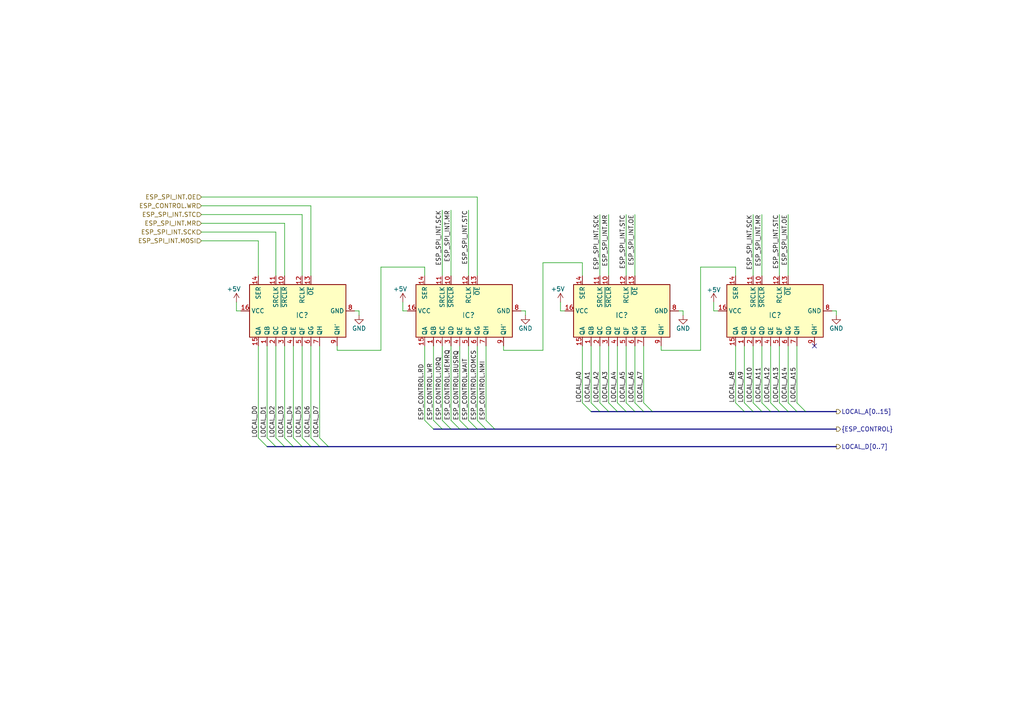
<source format=kicad_sch>
(kicad_sch (version 20230121) (generator eeschema)
  (paper "A4")
  (lib_symbols
    (symbol "74xx:74HC595"
      (property "Reference" "U" (at -7.62 13.97 0))
      (property "Value" "74HC595" (at -7.62 -16.51 0))
      (symbol "74HC595_1_0"
        (pin tri_state line (at 10.16 7.62 180) (length 2.54) (name "QB") (number "1"))
        (pin input line (at -10.16 2.54 0) (length 2.54) (name "~{SRCLR}") (number "10"))
        (pin input line (at -10.16 5.08 0) (length 2.54) (name "SRCLK") (number "11"))
        (pin input line (at -10.16 -2.54 0) (length 2.54) (name "RCLK") (number "12"))
        (pin input line (at -10.16 -5.08 0) (length 2.54) (name "~{OE}") (number "13"))
        (pin input line (at -10.16 10.16 0) (length 2.54) (name "SER") (number "14"))
        (pin tri_state line (at 10.16 10.16 180) (length 2.54) (name "QA") (number "15"))
        (pin power_in line (at 0 15.24 270) (length 2.54) (name "VCC") (number "16"))
        (pin tri_state line (at 10.16 5.08 180) (length 2.54) (name "QC") (number "2"))
        (pin tri_state line (at 10.16 2.54 180) (length 2.54) (name "QD") (number "3"))
        (pin tri_state line (at 10.16 0 180) (length 2.54) (name "QE") (number "4"))
        (pin tri_state line (at 10.16 -2.54 180) (length 2.54) (name "QF") (number "5"))
        (pin tri_state line (at 10.16 -5.08 180) (length 2.54) (name "QG") (number "6"))
        (pin tri_state line (at 10.16 -7.62 180) (length 2.54) (name "QH") (number "7"))
        (pin power_in line (at 0 -17.78 90) (length 2.54) (name "GND") (number "8"))
        (pin output line (at 10.16 -12.7 180) (length 2.54) (name "QH'") (number "9"))
      )
      (symbol "74HC595_1_1"
        (rectangle (start -7.62 12.7) (end 7.62 -15.24) (stroke (width 0.254)) (fill (type background)))
      )
    )
    (symbol "power:+5V" (power) (pin_names (offset 0))
      (property "Value" "+5V" (at 0 3.556 0))
      (symbol "+5V_0_1"
        (polyline (pts (xy -0.762 1.27) (xy 0 2.54)))
        (polyline (pts (xy 0 0) (xy 0 2.54)))
        (polyline (pts (xy 0 2.54) (xy 0.762 1.27)))
      )
      (symbol "+5V_1_1"
        (pin power_in line (at 0 0 90) (length 0) hide (name "+5V") (number "1"))
      )
    )
    (symbol "power:GND" (power) (pin_names (offset 0))
      (property "Value" "GND" (at 0 -3.81 0))
      (symbol "GND_0_1"
        (polyline (pts (xy 0 0) (xy 0 -1.27) (xy 1.27 -1.27) (xy 0 -2.54) (xy -1.27 -1.27) (xy 0 -1.27)))
      )
      (symbol "GND_1_1"
        (pin power_in line (at 0 0 270) (length 0) hide (name "GND") (number "1"))
      )
    )
  )
  (no_connect (at 236.22 100.33))
  (bus_entry (at 168.91 116.84) (size 2.54 2.54))
  (bus_entry (at 87.63 127) (size 2.54 2.54))
  (bus_entry (at 171.45 116.84) (size 2.54 2.54))
  (bus_entry (at 215.9 116.84) (size 2.54 2.54))
  (bus_entry (at 80.01 127) (size 2.54 2.54))
  (bus_entry (at 176.53 116.84) (size 2.54 2.54))
  (bus_entry (at 128.27 121.92) (size 2.54 2.54))
  (bus_entry (at 133.35 121.92) (size 2.54 2.54))
  (bus_entry (at 231.14 116.84) (size 2.54 2.54))
  (bus_entry (at 140.97 121.92) (size 2.54 2.54))
  (bus_entry (at 220.98 116.84) (size 2.54 2.54))
  (bus_entry (at 125.73 121.92) (size 2.54 2.54))
  (bus_entry (at 181.61 116.84) (size 2.54 2.54))
  (bus_entry (at 74.93 127) (size 2.54 2.54))
  (bus_entry (at 85.09 127) (size 2.54 2.54))
  (bus_entry (at 226.06 116.84) (size 2.54 2.54))
  (bus_entry (at 138.43 121.92) (size 2.54 2.54))
  (bus_entry (at 228.6 116.84) (size 2.54 2.54))
  (bus_entry (at 130.81 121.92) (size 2.54 2.54))
  (bus_entry (at 135.89 121.92) (size 2.54 2.54))
  (bus_entry (at 82.55 127) (size 2.54 2.54))
  (bus_entry (at 186.69 116.84) (size 2.54 2.54))
  (bus_entry (at 173.99 116.84) (size 2.54 2.54))
  (bus_entry (at 77.47 127) (size 2.54 2.54))
  (bus_entry (at 223.52 116.84) (size 2.54 2.54))
  (bus_entry (at 184.15 116.84) (size 2.54 2.54))
  (bus_entry (at 213.36 116.84) (size 2.54 2.54))
  (bus_entry (at 90.17 127) (size 2.54 2.54))
  (bus_entry (at 179.07 116.84) (size 2.54 2.54))
  (bus_entry (at 92.71 127) (size 2.54 2.54))
  (bus_entry (at 218.44 116.84) (size 2.54 2.54))
  (bus_entry (at 123.19 121.92) (size 2.54 2.54))
  (wire (pts (xy 90.17 59.69) (xy 90.17 80.01)))
  (bus (pts (xy 138.43 124.46) (xy 140.97 124.46)))
  (wire (pts (xy 87.63 62.23) (xy 87.63 80.01)))
  (wire (pts (xy 218.44 62.23) (xy 218.44 80.01)))
  (wire (pts (xy 138.43 121.92) (xy 138.43 100.33)))
  (wire (pts (xy 179.07 100.33) (xy 179.07 116.84)))
  (bus (pts (xy 231.14 119.38) (xy 233.68 119.38)))
  (wire (pts (xy 168.91 100.33) (xy 168.91 116.84)))
  (bus (pts (xy 92.71 129.54) (xy 95.25 129.54)))
  (wire (pts (xy 74.93 127) (xy 74.93 100.33)))
  (bus (pts (xy 179.07 119.38) (xy 181.61 119.38)))
  (bus (pts (xy 223.52 119.38) (xy 226.06 119.38)))
  (wire (pts (xy 87.63 127) (xy 87.63 100.33)))
  (wire (pts (xy 207.01 90.17) (xy 208.28 90.17)))
  (wire (pts (xy 110.49 101.6) (xy 97.79 101.6)))
  (wire (pts (xy 82.55 64.77) (xy 82.55 80.01)))
  (wire (pts (xy 191.77 101.6) (xy 191.77 100.33)))
  (bus (pts (xy 140.97 124.46) (xy 143.51 124.46)))
  (bus (pts (xy 176.53 119.38) (xy 179.07 119.38)))
  (wire (pts (xy 220.98 100.33) (xy 220.98 116.84)))
  (wire (pts (xy 140.97 121.92) (xy 140.97 100.33)))
  (wire (pts (xy 130.81 80.01) (xy 130.81 60.96)))
  (wire (pts (xy 171.45 100.33) (xy 171.45 116.84)))
  (wire (pts (xy 123.19 121.92) (xy 123.19 100.33)))
  (wire (pts (xy 218.44 100.33) (xy 218.44 116.84)))
  (wire (pts (xy 68.58 90.17) (xy 69.85 90.17)))
  (wire (pts (xy 181.61 62.23) (xy 181.61 80.01)))
  (bus (pts (xy 130.81 124.46) (xy 133.35 124.46)))
  (wire (pts (xy 80.01 67.31) (xy 80.01 80.01)))
  (bus (pts (xy 135.89 124.46) (xy 138.43 124.46)))
  (wire (pts (xy 228.6 100.33) (xy 228.6 116.84)))
  (wire (pts (xy 203.2 77.47) (xy 213.36 77.47)))
  (bus (pts (xy 233.68 119.38) (xy 242.57 119.38)))
  (wire (pts (xy 157.48 76.2) (xy 168.91 76.2)))
  (wire (pts (xy 128.27 121.92) (xy 128.27 100.33)))
  (wire (pts (xy 110.49 101.6) (xy 110.49 77.47)))
  (wire (pts (xy 152.4 90.17) (xy 151.13 90.17)))
  (bus (pts (xy 125.73 124.46) (xy 128.27 124.46)))
  (wire (pts (xy 223.52 100.33) (xy 223.52 116.84)))
  (wire (pts (xy 58.42 62.23) (xy 87.63 62.23)))
  (bus (pts (xy 215.9 119.38) (xy 218.44 119.38)))
  (bus (pts (xy 77.47 129.54) (xy 80.01 129.54)))
  (wire (pts (xy 231.14 100.33) (xy 231.14 116.84)))
  (wire (pts (xy 184.15 100.33) (xy 184.15 116.84)))
  (wire (pts (xy 213.36 100.33) (xy 213.36 116.84)))
  (wire (pts (xy 213.36 80.01) (xy 213.36 77.47)))
  (bus (pts (xy 128.27 124.46) (xy 130.81 124.46)))
  (wire (pts (xy 135.89 121.92) (xy 135.89 100.33)))
  (wire (pts (xy 58.42 69.85) (xy 74.93 69.85)))
  (wire (pts (xy 82.55 127) (xy 82.55 100.33)))
  (bus (pts (xy 95.25 129.54) (xy 242.57 129.54)))
  (wire (pts (xy 123.19 77.47) (xy 123.19 80.01)))
  (wire (pts (xy 104.14 90.17) (xy 102.87 90.17)))
  (wire (pts (xy 181.61 100.33) (xy 181.61 116.84)))
  (wire (pts (xy 77.47 127) (xy 77.47 100.33)))
  (bus (pts (xy 82.55 129.54) (xy 85.09 129.54)))
  (wire (pts (xy 215.9 100.33) (xy 215.9 116.84)))
  (bus (pts (xy 171.45 119.38) (xy 173.99 119.38)))
  (wire (pts (xy 242.57 90.17) (xy 241.3 90.17)))
  (wire (pts (xy 90.17 127) (xy 90.17 100.33)))
  (bus (pts (xy 85.09 129.54) (xy 87.63 129.54)))
  (wire (pts (xy 162.56 87.63) (xy 162.56 90.17)))
  (wire (pts (xy 152.4 91.44) (xy 152.4 90.17)))
  (wire (pts (xy 80.01 127) (xy 80.01 100.33)))
  (wire (pts (xy 85.09 127) (xy 85.09 100.33)))
  (wire (pts (xy 130.81 121.92) (xy 130.81 100.33)))
  (wire (pts (xy 226.06 62.23) (xy 226.06 80.01)))
  (wire (pts (xy 228.6 62.23) (xy 228.6 80.01)))
  (wire (pts (xy 58.42 59.69) (xy 90.17 59.69)))
  (wire (pts (xy 125.73 121.92) (xy 125.73 100.33)))
  (bus (pts (xy 218.44 119.38) (xy 220.98 119.38)))
  (bus (pts (xy 189.23 119.38) (xy 215.9 119.38)))
  (wire (pts (xy 226.06 100.33) (xy 226.06 116.84)))
  (wire (pts (xy 110.49 77.47) (xy 123.19 77.47)))
  (wire (pts (xy 207.01 87.63) (xy 207.01 90.17)))
  (bus (pts (xy 80.01 129.54) (xy 82.55 129.54)))
  (wire (pts (xy 173.99 62.23) (xy 173.99 80.01)))
  (wire (pts (xy 135.89 60.96) (xy 135.89 80.01)))
  (wire (pts (xy 184.15 62.23) (xy 184.15 80.01)))
  (bus (pts (xy 220.98 119.38) (xy 223.52 119.38)))
  (wire (pts (xy 138.43 57.15) (xy 138.43 80.01)))
  (bus (pts (xy 226.06 119.38) (xy 228.6 119.38)))
  (wire (pts (xy 68.58 87.63) (xy 68.58 90.17)))
  (wire (pts (xy 104.14 91.44) (xy 104.14 90.17)))
  (wire (pts (xy 168.91 76.2) (xy 168.91 80.01)))
  (wire (pts (xy 58.42 64.77) (xy 82.55 64.77)))
  (wire (pts (xy 176.53 62.23) (xy 176.53 80.01)))
  (wire (pts (xy 162.56 90.17) (xy 163.83 90.17)))
  (bus (pts (xy 181.61 119.38) (xy 184.15 119.38)))
  (wire (pts (xy 146.05 101.6) (xy 157.48 101.6)))
  (bus (pts (xy 186.69 119.38) (xy 189.23 119.38)))
  (wire (pts (xy 203.2 101.6) (xy 203.2 77.47)))
  (wire (pts (xy 186.69 100.33) (xy 186.69 116.84)))
  (wire (pts (xy 74.93 69.85) (xy 74.93 80.01)))
  (wire (pts (xy 133.35 121.92) (xy 133.35 100.33)))
  (wire (pts (xy 92.71 127) (xy 92.71 100.33)))
  (wire (pts (xy 116.84 87.63) (xy 116.84 90.17)))
  (bus (pts (xy 184.15 119.38) (xy 186.69 119.38)))
  (wire (pts (xy 146.05 100.33) (xy 146.05 101.6)))
  (bus (pts (xy 133.35 124.46) (xy 135.89 124.46)))
  (wire (pts (xy 128.27 60.96) (xy 128.27 80.01)))
  (wire (pts (xy 58.42 67.31) (xy 80.01 67.31)))
  (wire (pts (xy 116.84 90.17) (xy 118.11 90.17)))
  (wire (pts (xy 220.98 62.23) (xy 220.98 80.01)))
  (wire (pts (xy 198.12 90.17) (xy 198.12 91.44)))
  (wire (pts (xy 97.79 101.6) (xy 97.79 100.33)))
  (wire (pts (xy 242.57 90.17) (xy 242.57 91.44)))
  (bus (pts (xy 143.51 124.46) (xy 242.57 124.46)))
  (bus (pts (xy 90.17 129.54) (xy 92.71 129.54)))
  (wire (pts (xy 176.53 100.33) (xy 176.53 116.84)))
  (bus (pts (xy 228.6 119.38) (xy 231.14 119.38)))
  (wire (pts (xy 203.2 101.6) (xy 191.77 101.6)))
  (wire (pts (xy 198.12 90.17) (xy 196.85 90.17)))
  (bus (pts (xy 87.63 129.54) (xy 90.17 129.54)))
  (wire (pts (xy 58.42 57.15) (xy 138.43 57.15)))
  (wire (pts (xy 173.99 100.33) (xy 173.99 116.84)))
  (wire (pts (xy 157.48 101.6) (xy 157.48 76.2)))
  (bus (pts (xy 173.99 119.38) (xy 176.53 119.38)))
  (label "ESP_CONTROL.BUSRQ" (at 133.35 121.92 90))
  (label "ESP_SPI_INT.MR" (at 130.81 60.96 270))
  (label "LOCAL_A8" (at 213.36 116.84 90))
  (label "ESP_SPI_INT.SCK" (at 218.44 62.23 270))
  (label "ESP_CONTROL.MEMRQ" (at 130.81 121.92 90))
  (label "LOCAL_D4" (at 85.09 127 90))
  (label "ESP_SPI_INT.SCK" (at 173.99 62.23 270))
  (label "ESP_SPI_INT.STC" (at 135.89 60.96 270))
  (label "LOCAL_D1" (at 77.47 127 90))
  (label "ESP_CONTROL.WAIT" (at 135.89 121.92 90))
  (label "ESP_SPI_INT.SCK" (at 128.27 60.96 270))
  (label "LOCAL_D3" (at 82.55 127 90))
  (label "ESP_SPI_INT.OE" (at 184.15 62.23 270))
  (label "LOCAL_D6" (at 90.17 127 90))
  (label "LOCAL_A7" (at 186.69 116.84 90))
  (label "LOCAL_A15" (at 231.14 116.84 90))
  (label "LOCAL_A6" (at 184.15 116.84 90))
  (label "LOCAL_A0" (at 168.91 116.84 90))
  (label "LOCAL_A2" (at 173.99 116.84 90))
  (label "LOCAL_A10" (at 218.44 116.84 90))
  (label "LOCAL_D0" (at 74.93 127 90))
  (label "ESP_CONTROL.RD" (at 123.19 121.92 90))
  (label "LOCAL_A4" (at 179.07 116.84 90))
  (label "ESP_SPI_INT.STC" (at 226.06 62.23 270))
  (label "LOCAL_D2" (at 80.01 127 90))
  (label "LOCAL_A14" (at 228.6 116.84 90))
  (label "LOCAL_A1" (at 171.45 116.84 90))
  (label "ESP_SPI_INT.STC" (at 181.61 62.23 270))
  (label "ESP_CONTROL.NMI" (at 140.97 121.92 90))
  (label "LOCAL_D5" (at 87.63 127 90))
  (label "LOCAL_D7" (at 92.71 127 90))
  (label "LOCAL_A5" (at 181.61 116.84 90))
  (label "LOCAL_A13" (at 226.06 116.84 90))
  (label "ESP_CONTROL.ROMCS" (at 138.43 121.92 90))
  (label "LOCAL_A11" (at 220.98 116.84 90))
  (label "LOCAL_A12" (at 223.52 116.84 90))
  (label "ESP_CONTROL.WR" (at 125.73 121.92 90))
  (label "ESP_SPI_INT.MR" (at 220.98 62.23 270))
  (label "LOCAL_A3" (at 176.53 116.84 90))
  (label "ESP_SPI_INT.OE" (at 228.6 62.23 270))
  (label "ESP_SPI_INT.MR" (at 176.53 62.23 270))
  (label "LOCAL_A9" (at 215.9 116.84 90))
  (label "ESP_CONTROL.IORQ" (at 128.27 121.92 90))
  (hierarchical_label "ESP_SPI_INT.MOSI" (shape input) (at 58.42 69.85 180))
  (hierarchical_label "LOCAL_A[0..15]" (shape output) (at 242.57 119.38 0))
  (hierarchical_label "ESP_CONTROL.WR" (shape input) (at 58.42 59.69 180))
  (hierarchical_label "ESP_SPI_INT.STC" (shape input) (at 58.42 62.23 180))
  (hierarchical_label "LOCAL_D[0..7]" (shape output) (at 242.57 129.54 0))
  (hierarchical_label "ESP_SPI_INT.SCK" (shape input) (at 58.42 67.31 180))
  (hierarchical_label "ESP_SPI_INT.OE" (shape input) (at 58.42 57.15 180))
  (hierarchical_label "{ESP_CONTROL}" (shape output) (at 242.57 124.46 0))
  (hierarchical_label "ESP_SPI_INT.MR" (shape input) (at 58.42 64.77 180))
  (symbol (lib_id "74xx:74HC595") (at 223.52 90.17 90) (mirror x) (unit 1)
    (property "Reference" "IC?" (at 224.79 91.44 90) (effects (font (size 1.4986 1.4986))))
    (property "Value" "74595N" (effects hide))
    (property "Footprint" "Package_DIP:DIP-16_W7.62mm_Socket" (effects hide))
    (property "Datasheet" "http://www.ti.com/lit/ds/symlink/sn74hc595.pdf" (effects hide))
    (instances (project "SPI-Z80-BUS_ZXspectrum" (path "" (reference "IC?") (unit 1)) (path "" (reference "IC8") (unit 1))) (project "FujiNet_Z80Bus_Basic" (path "" (reference "IC?") (unit 1))) (project "SPI-Z80-BUS_ZXspectrum_impl" (path "" (reference "IC?") (unit 1)) (path "" (reference "LOCAL_ADDR-H.WR1") (unit 1))))
  )
  (symbol (lib_id "74xx:74HC595") (at 179.07 90.17 90) (mirror x) (unit 1)
    (property "Reference" "IC?" (at 180.34 91.44 90) (effects (font (size 1.4986 1.4986))))
    (property "Value" "74595N" (effects hide))
    (property "Footprint" "Package_DIP:DIP-16_W7.62mm_Socket" (effects hide))
    (property "Datasheet" "http://www.ti.com/lit/ds/symlink/sn74hc595.pdf" (effects hide))
    (instances (project "SPI-Z80-BUS_ZXspectrum" (path "" (reference "IC?") (unit 1)) (path "" (reference "IC7") (unit 1))) (project "FujiNet_Z80Bus_Basic" (path "" (reference "IC?") (unit 1))) (project "SPI-Z80-BUS_ZXspectrum_impl" (path "" (reference "IC?") (unit 1)) (path "" (reference "LOCAL_ADDR-L.WR1") (unit 1))))
  )
  (symbol (lib_id "power:+5V") (at 68.58 87.63 0) (unit 1)
    (property "Reference" "#PWR?" (effects hide))
    (property "Value" "+5V" (at 69.85 83.82 0) (effects (justify right)))
    (instances (project "SPI-Z80-BUS_ZXspectrum" (path "" (reference "#PWR?") (unit 1)) (path "" (reference "#PWR04") (unit 1))) (project "FujiNet_Z80Bus_Basic" (path "" (reference "#PWR016") (unit 1))) (project "SPI-Z80-BUS_ZXspectrum_impl" (path "" (reference "#PWR05") (unit 1))))
  )
  (symbol (lib_id "power:+5V") (at 207.01 87.63 0) (mirror y) (unit 1)
    (property "Reference" "#PWR?" (effects hide))
    (property "Value" "+5V" (at 207.01 84.074 0))
    (instances (project "SPI-Z80-BUS_ZXspectrum" (path "" (reference "#PWR?") (unit 1)) (path "" (reference "#PWR019") (unit 1))) (project "FujiNet_Z80Bus_Basic" (path "" (reference "#PWR031") (unit 1))) (project "SPI-Z80-BUS_ZXspectrum_impl" (path "" (reference "#PWR011") (unit 1))))
  )
  (symbol (lib_id "power:GND") (at 198.12 91.44 0) (unit 1)
    (property "Reference" "#PWR?" (effects hide))
    (property "Value" "GND" (at 198.12 95.25 0))
    (instances (project "SPI-Z80-BUS_ZXspectrum" (path "" (reference "#PWR?") (unit 1)) (path "" (reference "#PWR017") (unit 1))) (project "FujiNet_Z80Bus_Basic" (path "" (reference "#PWR029") (unit 1))) (project "SPI-Z80-BUS_ZXspectrum_impl" (path "" (reference "#PWR010") (unit 1))))
  )
  (symbol (lib_id "power:+5V") (at 116.84 87.63 0) (mirror y) (unit 1)
    (property "Reference" "#PWR?" (effects hide))
    (property "Value" "+5V" (at 118.11 83.82 0) (effects (justify left)))
    (instances (project "SPI-Z80-BUS_ZXspectrum" (path "" (reference "#PWR?") (unit 1)) (path "" (reference "#PWR010") (unit 1))) (project "FujiNet_Z80Bus_Basic" (path "" (reference "#PWR020") (unit 1))) (project "SPI-Z80-BUS_ZXspectrum_impl" (path "" (reference "#PWR07") (unit 1))))
  )
  (symbol (lib_id "power:GND") (at 104.14 91.44 0) (unit 1)
    (property "Reference" "#PWR?" (effects hide))
    (property "Value" "GND" (at 104.14 95.25 0))
    (instances (project "SPI-Z80-BUS_ZXspectrum" (path "" (reference "#PWR?") (unit 1)) (path "" (reference "#PWR07") (unit 1))) (project "FujiNet_Z80Bus_Basic" (path "" (reference "#PWR019") (unit 1))) (project "SPI-Z80-BUS_ZXspectrum_impl" (path "" (reference "#PWR06") (unit 1))))
  )
  (symbol (lib_id "74xx:74HC595") (at 133.35 90.17 90) (mirror x) (unit 1)
    (property "Reference" "IC?" (at 135.89 91.44 90) (effects (font (size 1.4986 1.4986))))
    (property "Value" "74595N" (effects hide))
    (property "Footprint" "Package_DIP:DIP-16_W7.62mm_Socket" (effects hide))
    (property "Datasheet" "http://www.ti.com/lit/ds/symlink/sn74hc595.pdf" (effects hide))
    (instances (project "SPI-Z80-BUS_ZXspectrum" (path "" (reference "IC?") (unit 1)) (path "" (reference "IC6") (unit 1))) (project "FujiNet_Z80Bus_Basic" (path "" (reference "IC?") (unit 1))) (project "SPI-Z80-BUS_ZXspectrum_impl" (path "" (reference "IC?") (unit 1)) (path "" (reference "ESP_CONTROL.WR1") (unit 1))))
  )
  (symbol (lib_id "power:GND") (at 242.57 91.44 0) (unit 1)
    (property "Reference" "#PWR?" (effects hide))
    (property "Value" "GND" (at 242.57 95.25 0))
    (instances (project "SPI-Z80-BUS_ZXspectrum" (path "" (reference "#PWR?") (unit 1)) (path "" (reference "#PWR015") (unit 1))) (project "FujiNet_Z80Bus_Basic" (path "" (reference "#PWR029") (unit 1))) (project "SPI-Z80-BUS_ZXspectrum_impl" (path "" (reference "#PWR012") (unit 1))))
  )
  (symbol (lib_id "power:+5V") (at 162.56 87.63 0) (unit 1)
    (property "Reference" "#PWR?" (effects hide))
    (property "Value" "+5V" (at 163.83 83.82 0) (effects (justify right)))
    (instances (project "SPI-Z80-BUS_ZXspectrum" (path "" (reference "#PWR?") (unit 1)) (path "" (reference "#PWR014") (unit 1))) (project "FujiNet_Z80Bus_Basic" (path "" (reference "#PWR027") (unit 1))) (project "SPI-Z80-BUS_ZXspectrum_impl" (path "" (reference "#PWR09") (unit 1))))
  )
  (symbol (lib_id "74xx:74HC595") (at 85.09 90.17 90) (mirror x) (unit 1)
    (property "Reference" "IC?" (at 87.63 91.44 90) (effects (font (size 1.5 1.5))))
    (property "Value" "74595N" (effects hide))
    (property "Footprint" "Package_DIP:DIP-16_W7.62mm_Socket" (effects hide))
    (property "Datasheet" "http://www.ti.com/lit/ds/symlink/sn74hc595.pdf" (effects hide))
    (instances (project "SPI-Z80-BUS_ZXspectrum" (path "" (reference "IC?") (unit 1)) (path "" (reference "IC5") (unit 1))) (project "FujiNet_Z80Bus_Basic" (path "" (reference "IC?") (unit 1))) (project "SPI-Z80-BUS_ZXspectrum_impl" (path "" (reference "IC?") (unit 1)) (path "" (reference "LOCAL_D.WR1") (unit 1))))
  )
  (symbol (lib_id "power:GND") (at 152.4 91.44 0) (unit 1)
    (property "Reference" "#PWR?" (effects hide))
    (property "Value" "GND" (at 152.4 95.25 0))
    (instances (project "SPI-Z80-BUS_ZXspectrum" (path "" (reference "#PWR?") (unit 1)) (path "" (reference "#PWR013") (unit 1))) (project "FujiNet_Z80Bus_Basic" (path "" (reference "#PWR025") (unit 1))) (project "SPI-Z80-BUS_ZXspectrum_impl" (path "" (reference "#PWR08") (unit 1))))
  )
)
</source>
